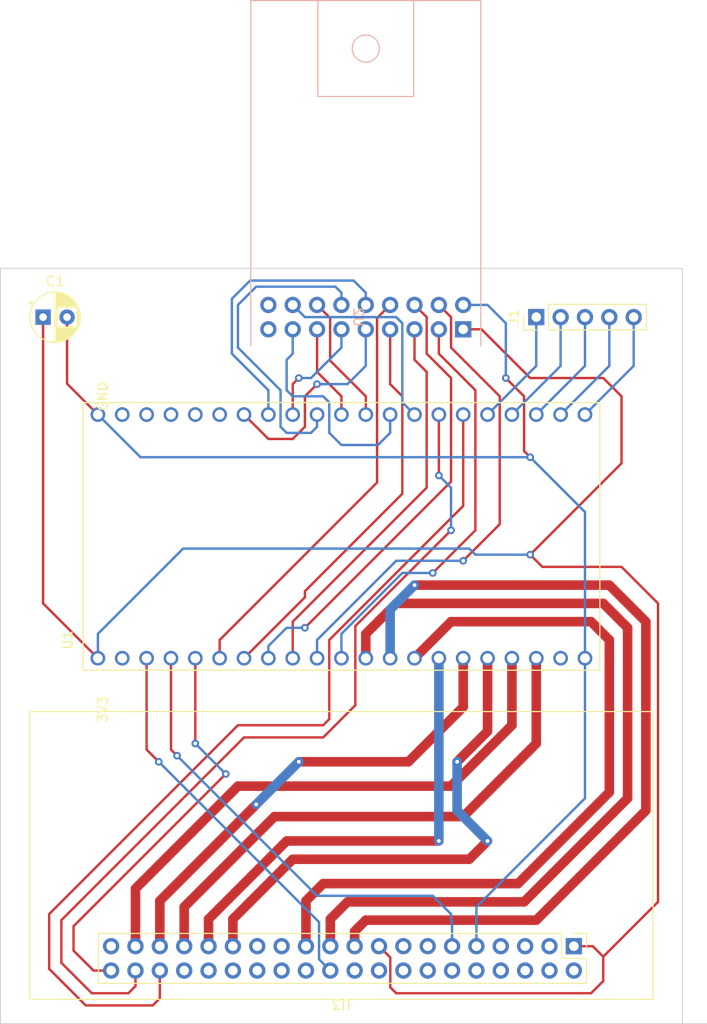
<source format=kicad_pcb>
(kicad_pcb (version 20211014) (generator pcbnew)
  (layers (0 "F.Cu" signal) (31 "B.Cu" signal) (34 "B.Paste" user) (35 "F.Paste" user) (36 "B.SilkS" user "B.Silkscreen") (37 "F.SilkS" user "F.Silkscreen") (38 "B.Mask" user) (39 "F.Mask" user) (44 "Edge.Cuts" user))
  (net 0 "")
  (net 2 "/DC")
  (net 3 "/RST")
  (net 4 "/KEY1")
  (net 5 "+3.3V")
  (net 6 "/XCLK")
  (net 7 "/PCLK")
  (net 8 "+5V")
  (net 9 "/HREF")
  (net 10 "/VSYNC")
  (net 11 "/SDA")
  (net 12 "/SCL")
  (net 13 "/SPI_CS")
  (net 14 "/SPI_MOSI")
  (net 15 "/SPI_SCLK")
  (net 16 "/JOYSTICK_UP")
  (net 17 "/JOYSTICK_DOWN")
  (net 18 "/JOYSTICK_LEFT")
  (net 19 "/JOYSTICK_RIGHT")
  (net 20 "/JOYSTICK_PRESS")
  (net 21 "Net-(J1-Pad1)")
  (net 22 "Net-(J1-Pad2)")
  (net 23 "Net-(J1-Pad3)")
  (net 24 "Net-(J1-Pad4)")
  (net 25 "Net-(J1-Pad5)")
  (net 26 "/KEY3")
  (net 27 "/KEY2")
  (net 28 "/D2")
  (net 29 "/D3")
  (net 30 "/D4")
  (net 31 "/D5")
  (net 32 "/D6")
  (net 33 "/D7")
  (net 34 "/D8")
  (net 35 "/D9")
  (net 38 "GND")
  (net 44 "Net-(U3-Pad2)")
  (footprint "SeedSigner:WAVESHARE_LCD_BUTTON" (layer "F.Cu") (at 162.56 124.46 180)
    (fp_text reference "U3" (at 0 -0.5 180 unlocked) (layer "F.SilkS"))
    (fp_text value "RASPBERRY_PI_3_MODEL_B+")
    (fp_line (start -22.97 4.27) (end -25.57 4.27) (layer "F.SilkS") (width 0.12))
    (fp_line (start -32.5 0) (end -32.5 30) (layer "F.SilkS") (width 0.12))
    (fp_line (start -24.24 6.87) (end -25.57 6.87) (layer "F.SilkS") (width 0.12))
    (fp_line (start -32.5 30) (end 32.5 30) (layer "F.SilkS") (width 0.12))
    (fp_line (start -22.97 6.87) (end 25.35 6.87) (layer "F.SilkS") (width 0.12))
    (fp_line (start -25.57 1.67) (end 25.35 1.67) (layer "F.SilkS") (width 0.12))
    (fp_line (start 32.5 30) (end 32.5 0) (layer "F.SilkS") (width 0.12))
    (fp_line (start -22.97 6.87) (end -22.97 4.27) (layer "F.SilkS") (width 0.12))
    (fp_line (start 32.5 0) (end -32.5 0) (layer "F.SilkS") (width 0.12))
    (fp_line (start 25.35 6.87) (end 25.35 1.67) (layer "F.SilkS") (width 0.12))
    (fp_line (start -25.57 6.87) (end -25.57 5.54) (layer "F.SilkS") (width 0.12))
    (fp_line (start -25.57 4.27) (end -25.57 1.67) (layer "F.SilkS") (width 0.12))
    (pad "1" thru_hole rect (at -24.24 5.54 270) (size 1.7 1.7) (drill 1) (layers *.Cu *.Mask) (net 5 "+3.3V"))
    (pad "2" thru_hole oval (at -24.24 3 270) (size 1.7 1.7) (drill 1) (layers *.Cu *.Mask) (net 44 "Net-(U3-Pad2)"))
    (pad "3" thru_hole oval (at -21.7 5.54 270) (size 1.7 1.7) (drill 1) (layers *.Cu *.Mask))
    (pad "4" thru_hole oval (at -21.7 3 270) (size 1.7 1.7) (drill 1) (layers *.Cu *.Mask) (net 44 "Net-(U3-Pad2)"))
    (pad "5" thru_hole oval (at -19.16 5.54 270) (size 1.7 1.7) (drill 1) (layers *.Cu *.Mask))
    (pad "6" thru_hole oval (at -19.16 3 270) (size 1.7 1.7) (drill 1) (layers *.Cu *.Mask) (net 38 "GND"))
    (pad "7" thru_hole oval (at -16.62 5.54 270) (size 1.7 1.7) (drill 1) (layers *.Cu *.Mask))
    (pad "8" thru_hole oval (at -16.62 3 270) (size 1.7 1.7) (drill 1) (layers *.Cu *.Mask))
    (pad "9" thru_hole oval (at -14.08 5.54 270) (size 1.7 1.7) (drill 1) (layers *.Cu *.Mask) (net 38 "GND"))
    (pad "10" thru_hole oval (at -14.08 3 270) (size 1.7 1.7) (drill 1) (layers *.Cu *.Mask))
    (pad "11" thru_hole oval (at -11.54 5.54 270) (size 1.7 1.7) (drill 1) (layers *.Cu *.Mask) (net 3 "/RST"))
    (pad "12" thru_hole oval (at -11.54 3 270) (size 1.7 1.7) (drill 1) (layers *.Cu *.Mask))
    (pad "13" thru_hole oval (at -9 5.54 270) (size 1.7 1.7) (drill 1) (layers *.Cu *.Mask))
    (pad "14" thru_hole oval (at -9 3 270) (size 1.7 1.7) (drill 1) (layers *.Cu *.Mask) (net 38 "GND"))
    (pad "15" thru_hole oval (at -6.46 5.54 270) (size 1.7 1.7) (drill 1) (layers *.Cu *.Mask))
    (pad "16" thru_hole oval (at -6.46 3 270) (size 1.7 1.7) (drill 1) (layers *.Cu *.Mask))
    (pad "17" thru_hole oval (at -3.92 5.54 270) (size 1.7 1.7) (drill 1) (layers *.Cu *.Mask) (net 5 "+3.3V"))
    (pad "18" thru_hole oval (at -3.92 3 270) (size 1.7 1.7) (drill 1) (layers *.Cu *.Mask))
    (pad "19" thru_hole oval (at -1.38 5.54 270) (size 1.7 1.7) (drill 1) (layers *.Cu *.Mask) (net 14 "/SPI_MOSI"))
    (pad "20" thru_hole oval (at -1.38 3 90) (size 1.7 1.7) (drill 1) (layers *.Cu *.Mask) (net 38 "GND"))
    (pad "21" thru_hole oval (at 1.16 5.54 270) (size 1.7 1.7) (drill 1) (layers *.Cu *.Mask) (net 13 "/SPI_CS"))
    (pad "22" thru_hole oval (at 1.16 3 270) (size 1.7 1.7) (drill 1) (layers *.Cu *.Mask) (net 2 "/DC"))
    (pad "23" thru_hole oval (at 3.7 5.54 270) (size 1.7 1.7) (drill 1) (layers *.Cu *.Mask) (net 15 "/SPI_SCLK"))
    (pad "24" thru_hole oval (at 3.7 3 270) (size 1.7 1.7) (drill 1) (layers *.Cu *.Mask))
    (pad "25" thru_hole oval (at 6.24 5.54 270) (size 1.7 1.7) (drill 1) (layers *.Cu *.Mask) (net 38 "GND"))
    (pad "26" thru_hole oval (at 6.24 3 270) (size 1.7 1.7) (drill 1) (layers *.Cu *.Mask))
    (pad "27" thru_hole oval (at 8.78 5.54 270) (size 1.7 1.7) (drill 1) (layers *.Cu *.Mask))
    (pad "28" thru_hole oval (at 8.78 3 270) (size 1.7 1.7) (drill 1) (layers *.Cu *.Mask))
    (pad "29" thru_hole oval (at 11.32 5.54 270) (size 1.7 1.7) (drill 1) (layers *.Cu *.Mask) (net 18 "/JOYSTICK_LEFT"))
    (pad "30" thru_hole oval (at 11.32 3 270) (size 1.7 1.7) (drill 1) (layers *.Cu *.Mask) (net 38 "GND"))
    (pad "31" thru_hole oval (at 13.86 5.54 270) (size 1.7 1.7) (drill 1) (layers *.Cu *.Mask) (net 16 "/JOYSTICK_UP"))
    (pad "32" thru_hole oval (at 13.86 3 270) (size 1.7 1.7) (drill 1) (layers *.Cu *.Mask))
    (pad "33" thru_hole oval (at 16.4 5.54 270) (size 1.7 1.7) (drill 1) (layers *.Cu *.Mask) (net 20 "/JOYSTICK_PRESS"))
    (pad "34" thru_hole oval (at 16.4 3 270) (size 1.7 1.7) (drill 1) (layers *.Cu *.Mask) (net 38 "GND"))
    (pad "35" thru_hole oval (at 18.94 5.54 270) (size 1.7 1.7) (drill 1) (layers *.Cu *.Mask) (net 17 "/JOYSTICK_DOWN"))
    (pad "36" thru_hole oval (at 18.94 3 270) (size 1.7 1.7) (drill 1) (layers *.Cu *.Mask) (net 26 "/KEY3"))
    (pad "37" thru_hole oval (at 21.48 5.54 270) (size 1.7 1.7) (drill 1) (layers *.Cu *.Mask) (net 19 "/JOYSTICK_RIGHT"))
    (pad "38" thru_hole oval (at 21.48 3 270) (size 1.7 1.7) (drill 1) (layers *.Cu *.Mask) (net 27 "/KEY2"))
    (pad "39" thru_hole oval (at 24.02 5.54 270) (size 1.7 1.7) (drill 1) (layers *.Cu *.Mask) (net 38 "GND"))
    (pad "40" thru_hole oval (at 24.02 3 270) (size 1.7 1.7) (drill 1) (layers *.Cu *.Mask) (net 4 "/KEY1"))
  )
  (footprint "Capacitor_THT:CP_Radial_D5.0mm_P2.50mm" (layer "F.Cu") (at 131.445 53.34)
    (fp_text reference "C1" (at 1.25 -3.75) (layer "F.SilkS"))
    (fp_text value "C_Polarized")
    (fp_line (start 2.291 -2.365) (end 2.291 -1.04) (layer "F.SilkS") (width 0.12))
    (fp_line (start 2.691 1.04) (end 2.691 2.149) (layer "F.SilkS") (width 0.12))
    (fp_line (start 3.771 -0.677) (end 3.771 0.677) (layer "F.SilkS") (width 0.12))
    (fp_line (start -1.554775 -1.475) (end -1.054775 -1.475) (layer "F.SilkS") (width 0.12))
    (fp_line (start 3.171 -1.743) (end 3.171 -1.04) (layer "F.SilkS") (width 0.12))
    (fp_line (start 1.65 1.04) (end 1.65 2.55) (layer "F.SilkS") (width 0.12))
    (fp_line (start 2.971 1.04) (end 2.971 1.937) (layer "F.SilkS") (width 0.12))
    (fp_line (start 2.931 -1.971) (end 2.931 -1.04) (layer "F.SilkS") (width 0.12))
    (fp_line (start 3.571 -1.178) (end 3.571 1.178) (layer "F.SilkS") (width 0.12))
    (fp_line (start 2.331 -2.348) (end 2.331 -1.04) (layer "F.SilkS") (width 0.12))
    (fp_line (start 1.971 1.04) (end 1.971 2.48) (layer "F.SilkS") (width 0.12))
    (fp_line (start 3.651 -1.011) (end 3.651 1.011) (layer "F.SilkS") (width 0.12))
    (fp_line (start 1.971 -2.48) (end 1.971 -1.04) (layer "F.SilkS") (width 0.12))
    (fp_line (start 2.331 1.04) (end 2.331 2.348) (layer "F.SilkS") (width 0.12))
    (fp_line (start 2.091 1.04) (end 2.091 2.442) (layer "F.SilkS") (width 0.12))
    (fp_line (start 1.33 -2.579) (end 1.33 2.579) (layer "F.SilkS") (width 0.12))
    (fp_line (start 2.571 1.04) (end 2.571 2.224) (layer "F.SilkS") (width 0.12))
    (fp_line (start 3.331 -1.554) (end 3.331 -1.04) (layer "F.SilkS") (width 0.12))
    (fp_line (start 2.091 -2.442) (end 2.091 -1.04) (layer "F.SilkS") (width 0.12))
    (fp_line (start 2.011 1.04) (end 2.011 2.468) (layer "F.SilkS") (width 0.12))
    (fp_line (start 2.931 1.04) (end 2.931 1.971) (layer "F.SilkS") (width 0.12))
    (fp_line (start 3.051 -1.864) (end 3.051 -1.04) (layer "F.SilkS") (width 0.12))
    (fp_line (start 3.291 -1.605) (end 3.291 -1.04) (layer "F.SilkS") (width 0.12))
    (fp_line (start 2.771 -2.095) (end 2.771 -1.04) (layer "F.SilkS") (width 0.12))
    (fp_line (start 3.291 1.04) (end 3.291 1.605) (layer "F.SilkS") (width 0.12))
    (fp_line (start 3.411 -1.443) (end 3.411 -1.04) (layer "F.SilkS") (width 0.12))
    (fp_line (start 1.57 1.04) (end 1.57 2.561) (layer "F.SilkS") (width 0.12))
    (fp_line (start 3.251 -1.653) (end 3.251 -1.04) (layer "F.SilkS") (width 0.12))
    (fp_line (start -1.304775 -1.725) (end -1.304775 -1.225) (layer "F.SilkS") (width 0.12))
    (fp_line (start 1.85 -2.511) (end 1.85 -1.04) (layer "F.SilkS") (width 0.12))
    (fp_line (start 2.891 1.04) (end 2.891 2.004) (layer "F.SilkS") (width 0.12))
    (fp_line (start 3.371 1.04) (end 3.371 1.5) (layer "F.SilkS") (width 0.12))
    (fp_line (start 2.651 1.04) (end 2.651 2.175) (layer "F.SilkS") (width 0.12))
    (fp_line (start 1.61 -2.556) (end 1.61 -1.04) (layer "F.SilkS") (width 0.12))
    (fp_line (start 2.131 -2.428) (end 2.131 -1.04) (layer "F.SilkS") (width 0.12))
    (fp_line (start 2.251 -2.382) (end 2.251 -1.04) (layer "F.SilkS") (width 0.12))
    (fp_line (start 2.411 -2.31) (end 2.411 -1.04) (layer "F.SilkS") (width 0.12))
    (fp_line (start 1.53 -2.565) (end 1.53 -1.04) (layer "F.SilkS") (width 0.12))
    (fp_line (start 1.57 -2.561) (end 1.57 -1.04) (layer "F.SilkS") (width 0.12))
    (fp_line (start 3.811 -0.518) (end 3.811 0.518) (layer "F.SilkS") (width 0.12))
    (fp_line (start 3.531 1.04) (end 3.531 1.251) (layer "F.SilkS") (width 0.12))
    (fp_line (start 2.251 1.04) (end 2.251 2.382) (layer "F.SilkS") (width 0.12))
    (fp_line (start 2.291 1.04) (end 2.291 2.365) (layer "F.SilkS") (width 0.12))
    (fp_line (start 1.77 -2.528) (end 1.77 -1.04) (layer "F.SilkS") (width 0.12))
    (fp_line (start 2.611 1.04) (end 2.611 2.2) (layer "F.SilkS") (width 0.12))
    (fp_line (start 2.171 1.04) (end 2.171 2.414) (layer "F.SilkS") (width 0.12))
    (fp_line (start 2.811 -2.065) (end 2.811 -1.04) (layer "F.SilkS") (width 0.12))
    (fp_line (start 3.011 -1.901) (end 3.011 -1.04) (layer "F.SilkS") (width 0.12))
    (fp_line (start 1.49 1.04) (end 1.49 2.569) (layer "F.SilkS") (width 0.12))
    (fp_line (start 2.371 1.04) (end 2.371 2.329) (layer "F.SilkS") (width 0.12))
    (fp_line (start 2.131 1.04) (end 2.131 2.428) (layer "F.SilkS") (width 0.12))
    (fp_line (start 3.011 1.04) (end 3.011 1.901) (layer "F.SilkS") (width 0.12))
    (fp_line (start 1.93 1.04) (end 1.93 2.491) (layer "F.SilkS") (width 0.12))
    (fp_line (start 2.491 1.04) (end 2.491 2.268) (layer "F.SilkS") (width 0.12))
    (fp_line (start 2.491 -2.268) (end 2.491 -1.04) (layer "F.SilkS") (width 0.12))
    (fp_line (start 1.69 1.04) (end 1.69 2.543) (layer "F.SilkS") (width 0.12))
    (fp_line (start 2.891 -2.004) (end 2.891 -1.04) (layer "F.SilkS") (width 0.12))
    (fp_line (start 2.731 -2.122) (end 2.731 -1.04) (layer "F.SilkS") (width 0.12))
    (fp_line (start 2.531 1.04) (end 2.531 2.247) (layer "F.SilkS") (width 0.12))
    (fp_line (start 2.851 -2.035) (end 2.851 -1.04) (layer "F.SilkS") (width 0.12))
    (fp_line (start 2.411 1.04) (end 2.411 2.31) (layer "F.SilkS") (width 0.12))
    (fp_line (start 2.731 1.04) (end 2.731 2.122) (layer "F.SilkS") (width 0.12))
    (fp_line (start 2.011 -2.468) (end 2.011 -1.04) (layer "F.SilkS") (width 0.12))
    (fp_line (start 3.451 1.04) (end 3.451 1.383) (layer "F.SilkS") (width 0.12))
    (fp_line (start 3.371 -1.5) (end 3.371 -1.04) (layer "F.SilkS") (width 0.12))
    (fp_line (start 1.65 -2.55) (end 1.65 -1.04) (layer "F.SilkS") (width 0.12))
    (fp_line (start 1.49 -2.569) (end 1.49 -1.04) (layer "F.SilkS") (width 0.12))
    (fp_line (start 1.37 -2.578) (end 1.37 2.578) (layer "F.SilkS") (width 0.12))
    (fp_line (start 1.73 -2.536) (end 1.73 -1.04) (layer "F.SilkS") (width 0.12))
    (fp_line (start 2.171 -2.414) (end 2.171 -1.04) (layer "F.SilkS") (width 0.12))
    (fp_line (start 3.131 1.04) (end 3.131 1.785) (layer "F.SilkS") (width 0.12))
    (fp_line (start 1.45 -2.573) (end 1.45 2.573) (layer "F.SilkS") (width 0.12))
    (fp_line (start 2.451 -2.29) (end 2.451 -1.04) (layer "F.SilkS") (width 0.12))
    (fp_line (start 1.81 1.04) (end 1.81 2.52) (layer "F.SilkS") (width 0.12))
    (fp_line (start 3.211 -1.699) (end 3.211 -1.04) (layer "F.SilkS") (width 0.12))
    (fp_line (start 3.411 1.04) (end 3.411 1.443) (layer "F.SilkS") (width 0.12))
    (fp_line (start 2.851 1.04) (end 2.851 2.035) (layer "F.SilkS") (width 0.12))
    (fp_line (start 2.211 1.04) (end 2.211 2.398) (layer "F.SilkS") (width 0.12))
    (fp_line (start 3.091 -1.826) (end 3.091 -1.04) (layer "F.SilkS") (width 0.12))
    (fp_line (start 3.691 -0.915) (end 3.691 0.915) (layer "F.SilkS") (width 0.12))
    (fp_line (start 1.69 -2.543) (end 1.69 -1.04) (layer "F.SilkS") (width 0.12))
    (fp_line (start 1.89 1.04) (end 1.89 2.501) (layer "F.SilkS") (width 0.12))
    (fp_line (start 3.491 -1.319) (end 3.491 -1.04) (layer "F.SilkS") (width 0.12))
    (fp_line (start 2.211 -2.398) (end 2.211 -1.04) (layer "F.SilkS") (width 0.12))
    (fp_line (start 1.89 -2.501) (end 1.89 -1.04) (layer "F.SilkS") (width 0.12))
    (fp_line (start 1.85 1.04) (end 1.85 2.511) (layer "F.SilkS") (width 0.12))
    (fp_line (start 2.971 -1.937) (end 2.971 -1.04) (layer "F.SilkS") (width 0.12))
    (fp_line (start 1.93 -2.491) (end 1.93 -1.04) (layer "F.SilkS") (width 0.12))
    (fp_line (start 1.81 -2.52) (end 1.81 -1.04) (layer "F.SilkS") (width 0.12))
    (fp_line (start 3.131 -1.785) (end 3.131 -1.04) (layer "F.SilkS") (width 0.12))
    (fp_line (start 1.53 1.04) (end 1.53 2.565) (layer "F.SilkS") (width 0.12))
    (fp_line (start 3.531 -1.251) (end 3.531 -1.04) (layer "F.SilkS") (width 0.12))
    (fp_line (start 2.371 -2.329) (end 2.371 -1.04) (layer "F.SilkS") (width 0.12))
    (fp_line (start 3.611 -1.098) (end 3.611 1.098) (layer "F.SilkS") (width 0.12))
    (fp_line (start 2.531 -2.247) (end 2.531 -1.04) (layer "F.SilkS") (width 0.12))
    (fp_line (start 3.251 1.04) (end 3.251 1.653) (layer "F.SilkS") (width 0.12))
    (fp_line (start 3.451 -1.383) (end 3.451 -1.04) (layer "F.SilkS") (width 0.12))
    (fp_line (start 2.811 1.04) (end 2.811 2.065) (layer "F.SilkS") (width 0.12))
    (fp_line (start 3.731 -0.805) (end 3.731 0.805) (layer "F.SilkS") (width 0.12))
    (fp_line (start 3.051 1.04) (end 3.051 1.864) (layer "F.SilkS") (width 0.12))
    (fp_line (start 3.331 1.04) (end 3.331 1.554) (layer "F.SilkS") (width 0.12))
    (fp_line (start 3.851 -0.284) (end 3.851 0.284) (layer "F.SilkS") (width 0.12))
    (fp_line (start 2.651 -2.175) (end 2.651 -1.04) (layer "F.SilkS") (width 0.12))
    (fp_line (start 1.73 1.04) (end 1.73 2.536) (layer "F.SilkS") (width 0.12))
    (fp_line (start 2.051 1.04) (end 2.051 2.455) (layer "F.SilkS") (width 0.12))
    (fp_line (start 2.771 1.04) (end 2.771 2.095) (layer "F.SilkS") (width 0.12))
    (fp_line (start 3.171 1.04) (end 3.171 1.743) (layer "F.SilkS") (width 0.12))
    (fp_line (start 3.491 1.04) (end 3.491 1.319) (layer "F.SilkS") (width 0.12))
    (fp_line (start 1.77 1.04) (end 1.77 2.528) (layer "F.SilkS") (width 0.12))
    (fp_line (start 1.61 1.04) (end 1.61 2.556) (layer "F.SilkS") (width 0.12))
    (fp_line (start 3.091 1.04) (end 3.091 1.826) (layer "F.SilkS") (width 0.12))
    (fp_line (start 1.41 -2.576) (end 1.41 2.576) (layer "F.SilkS") (width 0.12))
    (fp_line (start 2.691 -2.149) (end 2.691 -1.04) (layer "F.SilkS") (width 0.12))
    (fp_line (start 2.051 -2.455) (end 2.051 -1.04) (layer "F.SilkS") (width 0.12))
    (fp_line (start 3.211 1.04) (end 3.211 1.699) (layer "F.SilkS") (width 0.12))
    (fp_line (start 2.611 -2.2) (end 2.611 -1.04) (layer "F.SilkS") (width 0.12))
    (fp_line (start 2.571 -2.224) (end 2.571 -1.04) (layer "F.SilkS") (width 0.12))
    (fp_line (start 2.451 1.04) (end 2.451 2.29) (layer "F.SilkS") (width 0.12))
    (fp_line (start 1.29 -2.58) (end 1.29 2.58) (layer "F.SilkS") (width 0.12))
    (fp_line (start 1.25 -2.58) (end 1.25 2.58) (layer "F.SilkS") (width 0.12))
    (fp_circle (center 1.25 0) (end 3.87 0) (layer "F.SilkS") (width 0.12) (fill none))
    (pad "1" thru_hole rect (at 0 0) (size 1.6 1.6) (drill 0.8) (layers *.Cu *.Mask) (net 5 "+3.3V"))
    (pad "2" thru_hole circle (at 2.5 0) (size 1.6 1.6) (drill 0.8) (layers *.Cu *.Mask) (net 38 "GND"))
  )
  (footprint "Connector_PinHeader_2.54mm:PinHeader_1x05_P2.54mm_Vertical" (layer "F.Cu") (at 182.88 53.34 90)
    (fp_text reference "J1" (at 0 -2.33 90) (layer "F.SilkS"))
    (fp_text value "Conn_01x05")
    (fp_line (start 1.33 1.27) (end 1.33 11.49) (layer "F.SilkS") (width 0.12))
    (fp_line (start -1.33 11.49) (end 1.33 11.49) (layer "F.SilkS") (width 0.12))
    (fp_line (start -1.33 1.27) (end -1.33 11.49) (layer "F.SilkS") (width 0.12))
    (fp_line (start -1.33 0) (end -1.33 -1.33) (layer "F.SilkS") (width 0.12))
    (fp_line (start -1.33 1.27) (end 1.33 1.27) (layer "F.SilkS") (width 0.12))
    (fp_line (start -1.33 -1.33) (end 0 -1.33) (layer "F.SilkS") (width 0.12))
    (pad "1" thru_hole rect (at 0 0 90) (size 1.7 1.7) (drill 1) (layers *.Cu *.Mask) (net 21 "Net-(J1-Pad1)"))
    (pad "2" thru_hole oval (at 0 2.54 90) (size 1.7 1.7) (drill 1) (layers *.Cu *.Mask) (net 22 "Net-(J1-Pad2)"))
    (pad "3" thru_hole oval (at 0 5.08 90) (size 1.7 1.7) (drill 1) (layers *.Cu *.Mask) (net 23 "Net-(J1-Pad3)"))
    (pad "4" thru_hole oval (at 0 7.62 90) (size 1.7 1.7) (drill 1) (layers *.Cu *.Mask) (net 24 "Net-(J1-Pad4)"))
    (pad "5" thru_hole oval (at 0 10.16 90) (size 1.7 1.7) (drill 1) (layers *.Cu *.Mask) (net 25 "Net-(J1-Pad5)"))
  )
  (footprint "SeedSigner:MODULE_ESP32-S2-SAOLA-1M" (layer "F.Cu") (at 162.56 76.2 90)
    (fp_text reference "U1" (at -10.795 -28.575 90) (layer "F.SilkS"))
    (fp_text value "ESP32-S2-SAOLA-1M")
    (fp_text user "3V3" (at -18.034 -24.892 90) (layer "F.SilkS"))
    (fp_text user "GND" (at 14.605 -24.892 90) (layer "F.SilkS"))
    (fp_line (start 13.95 26.95) (end -13.95 26.95) (layer "F.SilkS") (width 0.127))
    (fp_line (start 13.95 -26.95) (end 13.95 26.95) (layer "F.SilkS") (width 0.127))
    (fp_line (start -13.95 -26.95) (end 13.95 -26.95) (layer "F.SilkS") (width 0.127))
    (fp_line (start -13.95 26.95) (end -13.95 -26.95) (layer "F.SilkS") (width 0.127))
    (pad "0" thru_hole circle (at -12.7 -22.86 90) (size 1.53 1.53) (drill 1.02) (layers *.Cu *.Mask))
    (pad "1" thru_hole circle (at -12.7 -20.32 90) (size 1.53 1.53) (drill 1.02) (layers *.Cu *.Mask) (net 2 "/DC"))
    (pad "2" thru_hole circle (at -12.7 -17.78 90) (size 1.53 1.53) (drill 1.02) (layers *.Cu *.Mask) (net 3 "/RST"))
    (pad "3" thru_hole circle (at -12.7 -15.24 90) (size 1.53 1.53) (drill 1.02) (layers *.Cu *.Mask) (net 4 "/KEY1"))
    (pad "3V3" thru_hole circle (at -12.7 -25.4 90) (size 1.53 1.53) (drill 1.02) (layers *.Cu *.Mask) (net 5 "+3.3V"))
    (pad "4" thru_hole circle (at -12.7 -12.7 90) (size 1.53 1.53) (drill 1.02) (layers *.Cu *.Mask) (net 6 "/XCLK"))
    (pad "5" thru_hole circle (at -12.7 -10.16 90) (size 1.53 1.53) (drill 1.02) (layers *.Cu *.Mask) (net 7 "/PCLK"))
    (pad "5V" thru_hole circle (at -12.7 22.86 90) (size 1.53 1.53) (drill 1.02) (layers *.Cu *.Mask) (net 8 "+5V"))
    (pad "6" thru_hole circle (at -12.7 -7.62 90) (size 1.53 1.53) (drill 1.02) (layers *.Cu *.Mask) (net 9 "/HREF"))
    (pad "7" thru_hole circle (at -12.7 -5.08 90) (size 1.53 1.53) (drill 1.02) (layers *.Cu *.Mask) (net 10 "/VSYNC"))
    (pad "8" thru_hole circle (at -12.7 -2.54 90) (size 1.53 1.53) (drill 1.02) (layers *.Cu *.Mask) (net 11 "/SDA"))
    (pad "9" thru_hole circle (at -12.7 0 90) (size 1.53 1.53) (drill 1.02) (layers *.Cu *.Mask) (net 12 "/SCL"))
    (pad "10" thru_hole circle (at -12.7 2.54 90) (size 1.53 1.53) (drill 1.02) (layers *.Cu *.Mask) (net 13 "/SPI_CS"))
    (pad "11" thru_hole circle (at -12.7 5.08 90) (size 1.53 1.53) (drill 1.02) (layers *.Cu *.Mask) (net 14 "/SPI_MOSI"))
    (pad "12" thru_hole circle (at -12.7 7.62 90) (size 1.53 1.53) (drill 1.02) (layers *.Cu *.Mask) (net 15 "/SPI_SCLK"))
    (pad "13" thru_hole circle (at -12.7 10.16 90) (size 1.53 1.53) (drill 1.02) (layers *.Cu *.Mask) (net 16 "/JOYSTICK_UP"))
    (pad "14" thru_hole circle (at -12.7 12.7 90) (size 1.53 1.53) (drill 1.02) (layers *.Cu *.Mask) (net 17 "/JOYSTICK_DOWN"))
    (pad "15" thru_hole circle (at -12.7 15.24 90) (size 1.53 1.53) (drill 1.02) (layers *.Cu *.Mask) (net 18 "/JOYSTICK_LEFT"))
    (pad "16" thru_hole circle (at -12.7 17.78 90) (size 1.53 1.53) (drill 1.02) (layers *.Cu *.Mask) (net 19 "/JOYSTICK_RIGHT"))
    (pad "17" thru_hole circle (at -12.7 20.32 90) (size 1.53 1.53) (drill 1.02) (layers *.Cu *.Mask) (net 20 "/JOYSTICK_PRESS"))
    (pad "18" thru_hole circle (at 12.7 25.4 90) (size 1.53 1.53) (drill 1.02) (layers *.Cu *.Mask) (net 25 "Net-(J1-Pad5)"))
    (pad "19" thru_hole circle (at 12.7 22.86 90) (size 1.53 1.53) (drill 1.02) (layers *.Cu *.Mask) (net 24 "Net-(J1-Pad4)"))
    (pad "20" thru_hole circle (at 12.7 20.32 90) (size 1.53 1.53) (drill 1.02) (layers *.Cu *.Mask) (net 23 "Net-(J1-Pad3)"))
    (pad "21" thru_hole circle (at 12.7 17.78 90) (size 1.53 1.53) (drill 1.02) (layers *.Cu *.Mask) (net 22 "Net-(J1-Pad2)"))
    (pad "26" thru_hole circle (at 12.7 15.24 90) (size 1.53 1.53) (drill 1.02) (layers *.Cu *.Mask) (net 21 "Net-(J1-Pad1)"))
    (pad "33" thru_hole circle (at 12.7 12.7 90) (size 1.53 1.53) (drill 1.02) (layers *.Cu *.Mask) (net 26 "/KEY3"))
    (pad "34" thru_hole circle (at 12.7 10.16 90) (size 1.53 1.53) (drill 1.02) (layers *.Cu *.Mask) (net 27 "/KEY2"))
    (pad "35" thru_hole circle (at 12.7 7.62 90) (size 1.53 1.53) (drill 1.02) (layers *.Cu *.Mask) (net 28 "/D2"))
    (pad "36" thru_hole circle (at 12.7 5.08 90) (size 1.53 1.53) (drill 1.02) (layers *.Cu *.Mask) (net 29 "/D3"))
    (pad "37" thru_hole circle (at 12.7 2.54 90) (size 1.53 1.53) (drill 1.02) (layers *.Cu *.Mask) (net 30 "/D4"))
    (pad "38" thru_hole circle (at 12.7 0 90) (size 1.53 1.53) (drill 1.02) (layers *.Cu *.Mask) (net 31 "/D5"))
    (pad "39" thru_hole circle (at 12.7 -2.54 90) (size 1.53 1.53) (drill 1.02) (layers *.Cu *.Mask) (net 32 "/D6"))
    (pad "40" thru_hole circle (at 12.7 -5.08 90) (size 1.53 1.53) (drill 1.02) (layers *.Cu *.Mask) (net 33 "/D7"))
    (pad "41" thru_hole circle (at 12.7 -7.62 90) (size 1.53 1.53) (drill 1.02) (layers *.Cu *.Mask) (net 34 "/D8"))
    (pad "42" thru_hole circle (at 12.7 -10.16 90) (size 1.53 1.53) (drill 1.02) (layers *.Cu *.Mask) (net 35 "/D9"))
    (pad "45" thru_hole circle (at 12.7 -17.78 90) (size 1.53 1.53) (drill 1.02) (layers *.Cu *.Mask))
    (pad "46" thru_hole circle (at 12.7 -20.32 90) (size 1.53 1.53) (drill 1.02) (layers *.Cu *.Mask))
    (pad "GND_1" thru_hole circle (at -12.7 25.4 90) (size 1.53 1.53) (drill 1.02) (layers *.Cu *.Mask) (net 38 "GND"))
    (pad "GND_2" thru_hole circle (at 12.7 -25.4 90) (size 1.53 1.53) (drill 1.02) (layers *.Cu *.Mask) (net 38 "GND"))
    (pad "RST" thru_hole circle (at 12.7 -22.86 90) (size 1.53 1.53) (drill 1.02) (layers *.Cu *.Mask))
    (pad "RX" thru_hole circle (at 12.7 -15.24 90) (size 1.53 1.53) (drill 1.02) (layers *.Cu *.Mask))
    (pad "TX" thru_hole circle (at 12.7 -12.7 90) (size 1.53 1.53) (drill 1.02) (layers *.Cu *.Mask))
  )
  (footprint "SeedSigner:OV_Camera" (layer "B.Cu") (at 165.1 53.34 90)
    (fp_text reference "U2" (at 0 -0.77 270 unlocked) (layer "B.SilkS") (effects (justify mirror)))
    (fp_text value "OV_CAMERA")
    (fp_line (start 33 5) (end 23 5) (layer "B.SilkS") (width 0.12))
    (fp_line (start -3 12) (end 33 12) (layer "B.SilkS") (width 0.12))
    (fp_line (start -3 -12) (end 33 -12) (layer "B.SilkS") (width 0.12))
    (fp_line (start 33 -12) (end 33 12) (layer "B.SilkS") (width 0.12))
    (fp_line (start 23 5) (end 23 -5) (layer "B.SilkS") (width 0.12))
    (fp_line (start 23 -5) (end 33 -5) (layer "B.SilkS") (width 0.12))
    (fp_circle (center 28 0) (end 29 1) (layer "B.SilkS") (width 0.12) (fill none))
    (pad "1" thru_hole rect (at -1.27 10.16 90) (size 1.7 1.7) (drill 1) (layers *.Cu *.Mask) (net 5 "+3.3V"))
    (pad "2" thru_hole oval (at 1.27 10.16 90) (size 1.7 1.7) (drill 1) (layers *.Cu *.Mask) (net 38 "GND"))
    (pad "3" thru_hole oval (at -1.27 7.62 90) (size 1.7 1.7) (drill 1) (layers *.Cu *.Mask) (net 12 "/SCL"))
    (pad "4" thru_hole oval (at 1.27 7.62 90) (size 1.7 1.7) (drill 1) (layers *.Cu *.Mask) (net 11 "/SDA"))
    (pad "5" thru_hole oval (at -1.27 5.08 90) (size 1.7 1.7) (drill 1) (layers *.Cu *.Mask) (net 10 "/VSYNC"))
    (pad "6" thru_hole oval (at 1.27 5.08 90) (size 1.7 1.7) (drill 1) (layers *.Cu *.Mask) (net 9 "/HREF"))
    (pad "7" thru_hole oval (at -1.27 2.54 90) (size 1.7 1.7) (drill 1) (layers *.Cu *.Mask) (net 7 "/PCLK"))
    (pad "8" thru_hole oval (at 1.27 2.54 90) (size 1.7 1.7) (drill 1) (layers *.Cu *.Mask) (net 6 "/XCLK"))
    (pad "9" thru_hole oval (at -1.27 0 90) (size 1.7 1.7) (drill 1) (layers *.Cu *.Mask) (net 35 "/D9"))
    (pad "10" thru_hole oval (at 1.27 0 90) (size 1.7 1.7) (drill 1) (layers *.Cu *.Mask) (net 34 "/D8"))
    (pad "11" thru_hole oval (at -1.27 -2.54 90) (size 1.7 1.7) (drill 1) (layers *.Cu *.Mask) (net 33 "/D7"))
    (pad "12" thru_hole oval (at 1.27 -2.54 90) (size 1.7 1.7) (drill 1) (layers *.Cu *.Mask) (net 32 "/D6"))
    (pad "13" thru_hole oval (at -1.27 -5.08 90) (size 1.7 1.7) (drill 1) (layers *.Cu *.Mask) (net 31 "/D5"))
    (pad "14" thru_hole oval (at 1.27 -5.08 90) (size 1.7 1.7) (drill 1) (layers *.Cu *.Mask) (net 30 "/D4"))
    (pad "15" thru_hole oval (at -1.27 -7.62 90) (size 1.7 1.7) (drill 1) (layers *.Cu *.Mask) (net 29 "/D3"))
    (pad "16" thru_hole oval (at 1.27 -7.62 90) (size 1.7 1.7) (drill 1) (layers *.Cu *.Mask) (net 28 "/D2"))
    (pad "17" thru_hole oval (at -1.27 -10.16 90) (size 1.7 1.7) (drill 1) (layers *.Cu *.Mask))
    (pad "18" thru_hole oval (at 1.27 -10.16 90) (size 1.7 1.7) (drill 1) (layers *.Cu *.Mask))
  )
  (gr_line (start 127 127) (end 200.66 127) (layer "Edge.Cuts") (width 0.1))
  (gr_line (start 198.12 48.26) (end 127 48.26) (layer "Edge.Cuts") (width 0.1))
  (gr_line (start 127 48.26) (end 127 127) (layer "Edge.Cuts") (width 0.1))
  (gr_line (start 198.12 127) (end 198.12 48.26) (layer "Edge.Cuts") (width 0.1))
  (segment (start 143.51 99.695) (end 142.24 98.425) (width 0.25) (layer "F.Cu") (net 2))
  (segment (start 142.24 98.425) (end 142.24 88.9) (width 0.25) (layer "F.Cu") (net 2))
  (via (at 143.51 99.695) (size 0.8) (drill 0.4) (layers "F.Cu" "B.Cu") (net 2))
  (segment (start 160.225 116.41) (end 160.225 120.285) (width 0.25) (layer "B.Cu") (net 2))
  (segment (start 143.51 99.695) (end 160.225 116.41) (width 0.25) (layer "B.Cu") (net 2))
  (segment (start 160.225 120.285) (end 161.4 121.46) (width 0.25) (layer "B.Cu") (net 2))
  (segment (start 144.78 98.425) (end 144.78 88.9) (width 0.25) (layer "F.Cu") (net 3))
  (segment (start 145.415 99.06) (end 144.78 98.425) (width 0.25) (layer "F.Cu") (net 3))
  (via (at 145.415 99.06) (size 0.8) (drill 0.4) (layers "F.Cu" "B.Cu") (net 3))
  (segment (start 145.415 99.06) (end 160.02 113.665) (width 0.25) (layer "B.Cu") (net 3))
  (segment (start 160.02 113.665) (end 172.085 113.665) (width 0.25) (layer "B.Cu") (net 3))
  (segment (start 173.99 116.205) (end 174.1 116.315) (width 0.25) (layer "B.Cu") (net 3))
  (segment (start 174.1 116.315) (end 174.1 118.92) (width 0.25) (layer "B.Cu") (net 3))
  (segment (start 172.085 113.665) (end 173.99 115.57) (width 0.25) (layer "B.Cu") (net 3))
  (segment (start 173.99 115.57) (end 173.99 116.205) (width 0.25) (layer "B.Cu") (net 3))
  (segment (start 136.7 121.46) (end 134.62 119.38) (width 0.25) (layer "F.Cu") (net 4))
  (segment (start 138.54 121.46) (end 136.7 121.46) (width 0.25) (layer "F.Cu") (net 4))
  (segment (start 134.62 116.84) (end 150.495 100.965) (width 0.25) (layer "F.Cu") (net 4))
  (segment (start 134.62 119.38) (end 134.62 116.84) (width 0.25) (layer "F.Cu") (net 4))
  (segment (start 147.32 88.9) (end 147.32 97.79) (width 0.25) (layer "F.Cu") (net 4))
  (via (at 150.495 100.965) (size 0.8) (drill 0.4) (layers "F.Cu" "B.Cu") (net 4))
  (via (at 147.32 97.79) (size 0.8) (drill 0.4) (layers "F.Cu" "B.Cu") (net 4))
  (segment (start 150.495 100.965) (end 147.32 97.79) (width 0.25) (layer "B.Cu") (net 4))
  (segment (start 189.865 59.69) (end 191.77 61.595) (width 0.25) (layer "F.Cu") (net 5))
  (segment (start 191.77 79.375) (end 195.58 83.185) (width 0.25) (layer "F.Cu") (net 5))
  (segment (start 188.77 118.92) (end 189.23 119.38) (width 0.25) (layer "F.Cu") (net 5))
  (segment (start 182.245 59.69) (end 189.865 59.69) (width 0.25) (layer "F.Cu") (net 5))
  (segment (start 166.48 118.92) (end 167.655 120.095) (width 0.25) (layer "F.Cu") (net 5))
  (segment (start 195.58 83.185) (end 195.58 114.3) (width 0.25) (layer "F.Cu") (net 5))
  (segment (start 175.26 54.61) (end 177.165 54.61) (width 0.25) (layer "F.Cu") (net 5))
  (segment (start 191.77 61.595) (end 191.77 68.58) (width 0.25) (layer "F.Cu") (net 5))
  (segment (start 188.595 123.825) (end 189.865 122.555) (width 0.25) (layer "F.Cu") (net 5))
  (segment (start 177.165 54.61) (end 182.245 59.69) (width 0.25) (layer "F.Cu") (net 5))
  (segment (start 189.865 120.015) (end 189.23 119.38) (width 0.25) (layer "F.Cu") (net 5))
  (segment (start 182.245 78.105) (end 183.515 79.375) (width 0.25) (layer "F.Cu") (net 5))
  (segment (start 168.275 123.825) (end 188.595 123.825) (width 0.25) (layer "F.Cu") (net 5))
  (segment (start 186.8 118.92) (end 188.77 118.92) (width 0.25) (layer "F.Cu") (net 5))
  (segment (start 195.58 114.3) (end 189.865 120.015) (width 0.25) (layer "F.Cu") (net 5))
  (segment (start 131.445 83.185) (end 137.16 88.9) (width 0.25) (layer "F.Cu") (net 5))
  (segment (start 189.865 122.555) (end 189.865 120.015) (width 0.25) (layer "F.Cu") (net 5))
  (segment (start 131.445 53.34) (end 131.445 83.185) (width 0.25) (layer "F.Cu") (net 5))
  (segment (start 191.77 68.58) (end 182.245 78.105) (width 0.25) (layer "F.Cu") (net 5))
  (segment (start 167.655 123.205) (end 168.275 123.825) (width 0.25) (layer "F.Cu") (net 5))
  (segment (start 167.655 120.095) (end 167.655 123.205) (width 0.25) (layer "F.Cu") (net 5))
  (segment (start 183.515 79.375) (end 191.77 79.375) (width 0.25) (layer "F.Cu") (net 5))
  (via (at 182.245 78.105) (size 0.8) (drill 0.4) (layers "F.Cu" "B.Cu") (net 5))
  (segment (start 146.05 77.47) (end 137.16 86.36) (width 0.25) (layer "B.Cu") (net 5))
  (segment (start 182.245 78.105) (end 176.53 78.105) (width 0.25) (layer "B.Cu") (net 5))
  (segment (start 137.16 86.36) (end 137.16 88.9) (width 0.25) (layer "B.Cu") (net 5))
  (segment (start 175.895 77.47) (end 146.05 77.47) (width 0.25) (layer "B.Cu") (net 5))
  (segment (start 176.53 78.105) (end 175.895 77.47) (width 0.25) (layer "B.Cu") (net 5))
  (segment (start 149.86 86.995) (end 149.86 88.9) (width 0.25) (layer "F.Cu") (net 6))
  (segment (start 167.64 52.07) (end 166.275 53.435) (width 0.25) (layer "F.Cu") (net 6))
  (segment (start 166.275 53.435) (end 166.275 70.58) (width 0.25) (layer "F.Cu") (net 6))
  (segment (start 166.275 70.58) (end 149.86 86.995) (width 0.25) (layer "F.Cu") (net 6))
  (segment (start 168.91 61.595) (end 168.91 71.755) (width 0.25) (layer "F.Cu") (net 7))
  (segment (start 158.75 81.915) (end 158.75 82.55) (width 0.25) (layer "F.Cu") (net 7))
  (segment (start 158.75 82.55) (end 152.4 88.9) (width 0.25) (layer "F.Cu") (net 7))
  (segment (start 167.64 54.61) (end 167.64 60.325) (width 0.25) (layer "F.Cu") (net 7))
  (segment (start 168.91 71.755) (end 158.75 81.915) (width 0.25) (layer "F.Cu") (net 7))
  (segment (start 167.64 60.325) (end 168.91 61.595) (width 0.25) (layer "F.Cu") (net 7))
  (segment (start 173.99 59.69) (end 173.99 70.485) (width 0.25) (layer "F.Cu") (net 9))
  (segment (start 170.18 52.07) (end 171.45 53.34) (width 0.25) (layer "F.Cu") (net 9))
  (segment (start 173.99 70.485) (end 158.75 85.725) (width 0.25) (layer "F.Cu") (net 9))
  (segment (start 171.45 53.34) (end 171.45 57.15) (width 0.25) (layer "F.Cu") (net 9))
  (segment (start 171.45 57.15) (end 173.99 59.69) (width 0.25) (layer "F.Cu") (net 9))
  (via (at 158.75 85.725) (size 0.8) (drill 0.4) (layers "F.Cu" "B.Cu") (net 9))
  (segment (start 156.845 85.725) (end 154.94 87.63) (width 0.25) (layer "B.Cu") (net 9))
  (segment (start 158.75 85.725) (end 156.845 85.725) (width 0.25) (layer "B.Cu") (net 9))
  (segment (start 154.94 87.63) (end 154.94 88.9) (width 0.25) (layer "B.Cu") (net 9))
  (segment (start 170.18 54.61) (end 170.18 57.785) (width 0.25) (layer "F.Cu") (net 10))
  (segment (start 171.45 59.055) (end 171.45 71.12) (width 0.25) (layer "F.Cu") (net 10))
  (segment (start 170.18 57.785) (end 171.45 59.055) (width 0.25) (layer "F.Cu") (net 10))
  (segment (start 157.48 85.09) (end 157.48 88.9) (width 0.25) (layer "F.Cu") (net 10))
  (segment (start 171.45 71.12) (end 157.48 85.09) (width 0.25) (layer "F.Cu") (net 10))
  (segment (start 172.72 52.07) (end 173.99 53.34) (width 0.25) (layer "F.Cu") (net 11))
  (segment (start 179.07 61.595) (end 179.07 74.93) (width 0.25) (layer "F.Cu") (net 11))
  (segment (start 179.07 74.93) (end 175.26 78.74) (width 0.25) (layer "F.Cu") (net 11))
  (segment (start 173.99 53.34) (end 173.99 56.515) (width 0.25) (layer "F.Cu") (net 11))
  (segment (start 173.99 56.515) (end 179.07 61.595) (width 0.25) (layer "F.Cu") (net 11))
  (via (at 175.26 78.74) (size 0.8) (drill 0.4) (layers "F.Cu" "B.Cu") (net 11))
  (segment (start 160.02 86.995) (end 168.275 78.74) (width 0.25) (layer "B.Cu") (net 11))
  (segment (start 160.02 88.9) (end 160.02 86.995) (width 0.25) (layer "B.Cu") (net 11))
  (segment (start 168.275 78.74) (end 175.26 78.74) (width 0.25) (layer "B.Cu") (net 11))
  (segment (start 176.53 60.96) (end 176.53 75.565) (width 0.25) (layer "F.Cu") (net 12))
  (segment (start 172.72 57.15) (end 176.53 60.96) (width 0.25) (layer "F.Cu") (net 12))
  (segment (start 172.72 54.61) (end 172.72 57.15) (width 0.25) (layer "F.Cu") (net 12))
  (segment (start 176.53 75.565) (end 172.085 80.01) (width 0.25) (layer "F.Cu") (net 12))
  (via (at 172.085 80.01) (size 0.8) (drill 0.4) (layers "F.Cu" "B.Cu") (net 12))
  (segment (start 162.56 86.36) (end 162.56 88.9) (width 0.25) (layer "B.Cu") (net 12))
  (segment (start 168.91 80.01) (end 162.56 86.36) (width 0.25) (layer "B.Cu") (net 12))
  (segment (start 172.085 80.01) (end 168.91 80.01) (width 0.25) (layer "B.Cu") (net 12))
  (segment (start 181.61 114.3) (end 192.405 103.505) (width 1) (layer "F.Cu") (net 13))
  (segment (start 189.865 83.185) (end 168.275 83.185) (width 1) (layer "F.Cu") (net 13))
  (segment (start 161.4 118.92) (end 161.4 116.095) (width 1) (layer "F.Cu") (net 13))
  (segment (start 161.4 116.095) (end 163.195 114.3) (width 1) (layer "F.Cu") (net 13))
  (segment (start 163.195 114.3) (end 181.61 114.3) (width 1) (layer "F.Cu") (net 13))
  (segment (start 192.405 103.505) (end 192.405 85.725) (width 1) (layer "F.Cu") (net 13))
  (segment (start 168.275 83.185) (end 165.1 86.36) (width 1) (layer "F.Cu") (net 13))
  (segment (start 192.405 85.725) (end 189.865 83.185) (width 1) (layer "F.Cu") (net 13))
  (segment (start 165.1 86.36) (end 165.1 88.9) (width 1) (layer "F.Cu") (net 13))
  (segment (start 190.5 81.28) (end 180.975 81.28) (width 1) (layer "F.Cu") (net 14))
  (segment (start 194.31 104.775) (end 194.31 85.09) (width 1) (layer "F.Cu") (net 14))
  (segment (start 163.94 118.92) (end 163.94 117.365) (width 1) (layer "F.Cu") (net 14))
  (segment (start 163.94 117.365) (end 165.1 116.205) (width 1) (layer "F.Cu") (net 14))
  (segment (start 189.865 109.22) (end 194.31 104.775) (width 1) (layer "F.Cu") (net 14))
  (segment (start 165.1 116.205) (end 182.88 116.205) (width 1) (layer "F.Cu") (net 14))
  (segment (start 194.31 85.09) (end 190.5 81.28) (width 1) (layer "F.Cu") (net 14))
  (segment (start 180.975 81.28) (end 170.18 81.28) (width 1) (layer "F.Cu") (net 14))
  (segment (start 182.88 116.205) (end 189.865 109.22) (width 1) (layer "F.Cu") (net 14))
  (via (at 170.18 81.28) (size 0.8) (drill 0.4) (layers "F.Cu" "B.Cu") (net 14))
  (segment (start 167.64 83.82) (end 170.18 81.28) (width 1) (layer "B.Cu") (net 14))
  (segment (start 167.64 88.9) (end 167.64 83.82) (width 1) (layer "B.Cu") (net 14))
  (segment (start 190.5 102.87) (end 190.5 86.995) (width 1) (layer "F.Cu") (net 15))
  (segment (start 173.99 85.09) (end 170.18 88.9) (width 1) (layer "F.Cu") (net 15))
  (segment (start 160.655 112.395) (end 180.975 112.395) (width 1) (layer "F.Cu") (net 15))
  (segment (start 158.86 114.19) (end 160.655 112.395) (width 1) (layer "F.Cu") (net 15))
  (segment (start 188.595 85.09) (end 173.99 85.09) (width 1) (layer "F.Cu") (net 15))
  (segment (start 180.975 112.395) (end 190.5 102.87) (width 1) (layer "F.Cu") (net 15))
  (segment (start 190.5 86.995) (end 188.595 85.09) (width 1) (layer "F.Cu") (net 15))
  (segment (start 158.86 118.92) (end 158.86 114.19) (width 1) (layer "F.Cu") (net 15))
  (segment (start 148.7 116.095) (end 156.845 107.95) (width 1) (layer "F.Cu") (net 16))
  (segment (start 156.845 107.95) (end 172.72 107.95) (width 1) (layer "F.Cu") (net 16))
  (segment (start 148.7 118.92) (end 148.7 116.095) (width 1) (layer "F.Cu") (net 16))
  (via (at 172.72 107.95) (size 0.8) (drill 0.4) (layers "F.Cu" "B.Cu") (net 16))
  (segment (start 172.72 88.9) (end 172.72 107.95) (width 1) (layer "B.Cu") (net 16))
  (segment (start 158.115 99.695) (end 169.545 99.695) (width 1) (layer "F.Cu") (net 17))
  (segment (start 143.62 114.19) (end 153.67 104.14) (width 1) (layer "F.Cu") (net 17))
  (segment (start 143.62 118.92) (end 143.62 114.19) (width 1) (layer "F.Cu") (net 17))
  (segment (start 169.545 99.695) (end 175.26 93.98) (width 1) (layer "F.Cu") (net 17))
  (segment (start 175.26 93.98) (end 175.26 88.9) (width 1) (layer "F.Cu") (net 17))
  (via (at 153.67 104.14) (size 0.8) (drill 0.4) (layers "F.Cu" "B.Cu") (net 17))
  (via (at 158.115 99.695) (size 0.8) (drill 0.4) (layers "F.Cu" "B.Cu") (net 17))
  (segment (start 153.67 104.14) (end 158.115 99.695) (width 1) (layer "B.Cu") (net 17))
  (segment (start 177.8 95.885) (end 177.8 96.52) (width 1) (layer "F.Cu") (net 18))
  (segment (start 177.8 96.52) (end 174.625 99.695) (width 1) (layer "F.Cu") (net 18))
  (segment (start 151.24 118.92) (end 151.24 116.095) (width 1) (layer "F.Cu") (net 18))
  (segment (start 157.48 109.855) (end 175.895 109.855) (width 1) (layer "F.Cu") (net 18))
  (segment (start 177.8 88.9) (end 177.8 95.885) (width 1) (layer "F.Cu") (net 18))
  (segment (start 151.24 116.095) (end 157.48 109.855) (width 1) (layer "F.Cu") (net 18))
  (segment (start 175.895 109.855) (end 177.8 107.95) (width 1) (layer "F.Cu") (net 18))
  (via (at 174.625 99.695) (size 0.8) (drill 0.4) (layers "F.Cu" "B.Cu") (net 18))
  (via (at 177.8 107.95) (size 0.8) (drill 0.4) (layers "F.Cu" "B.Cu") (net 18))
  (segment (start 174.625 99.695) (end 174.625 104.775) (width 1) (layer "B.Cu") (net 18))
  (segment (start 174.625 104.775) (end 177.8 107.95) (width 1) (layer "B.Cu") (net 18))
  (segment (start 141.08 118.92) (end 141.08 112.92) (width 1) (layer "F.Cu") (net 19))
  (segment (start 180.34 95.885) (end 180.34 88.9) (width 1) (layer "F.Cu") (net 19))
  (segment (start 173.99 102.235) (end 180.34 95.885) (width 1) (layer "F.Cu") (net 19))
  (segment (start 151.765 102.235) (end 173.99 102.235) (width 1) (layer "F.Cu") (net 19))
  (segment (start 141.08 112.92) (end 151.765 102.235) (width 1) (layer "F.Cu") (net 19))
  (segment (start 146.16 114.825) (end 155.575 105.41) (width 1) (layer "F.Cu") (net 20))
  (segment (start 175.26 105.41) (end 182.88 97.79) (width 1) (layer "F.Cu") (net 20))
  (segment (start 146.16 118.92) (end 146.16 114.825) (width 1) (layer "F.Cu") (net 20))
  (segment (start 155.575 105.41) (end 175.26 105.41) (width 1) (layer "F.Cu") (net 20))
  (segment (start 182.88 97.79) (end 182.88 88.9) (width 1) (layer "F.Cu") (net 20))
  (segment (start 177.8 63.5) (end 182.88 58.42) (width 0.25) (layer "B.Cu") (net 21))
  (segment (start 182.88 58.42) (end 182.88 53.34) (width 0.25) (layer "B.Cu") (net 21))
  (segment (start 185.42 58.42) (end 185.42 53.34) (width 0.25) (layer "B.Cu") (net 22))
  (segment (start 180.34 63.5) (end 185.42 58.42) (width 0.25) (layer "B.Cu") (net 22))
  (segment (start 187.96 58.42) (end 187.96 53.34) (width 0.25) (layer "B.Cu") (net 23))
  (segment (start 182.88 63.5) (end 187.96 58.42) (width 0.25) (layer "B.Cu") (net 23))
  (segment (start 190.5 58.42) (end 190.5 53.34) (width 0.25) (layer "B.Cu") (net 24))
  (segment (start 185.42 63.5) (end 190.5 58.42) (width 0.25) (layer "B.Cu") (net 24))
  (segment (start 193.04 58.42) (end 193.04 53.34) (width 0.25) (layer "B.Cu") (net 25))
  (segment (start 187.96 63.5) (end 193.04 58.42) (width 0.25) (layer "B.Cu") (net 25))
  (segment (start 142.875 125.095) (end 135.89 125.095) (width 0.25) (layer "F.Cu") (net 26))
  (segment (start 143.62 124.35) (end 142.875 125.095) (width 0.25) (layer "F.Cu") (net 26))
  (segment (start 161.29 95.25) (end 161.29 86.995) (width 0.25) (layer "F.Cu") (net 26))
  (segment (start 160.655 95.885) (end 161.29 95.25) (width 0.25) (layer "F.Cu") (net 26))
  (segment (start 151.765 95.885) (end 160.655 95.885) (width 0.25) (layer "F.Cu") (net 26))
  (segment (start 135.89 125.095) (end 132.08 121.285) (width 0.25) (layer "F.Cu") (net 26))
  (segment (start 175.26 73.025) (end 175.26 63.5) (width 0.25) (layer "F.Cu") (net 26))
  (segment (start 143.62 121.46) (end 143.62 124.35) (width 0.25) (layer "F.Cu") (net 26))
  (segment (start 161.29 86.995) (end 175.26 73.025) (width 0.25) (layer "F.Cu") (net 26))
  (segment (start 132.08 115.57) (end 151.765 95.885) (width 0.25) (layer "F.Cu") (net 26))
  (segment (start 132.08 121.285) (end 132.08 115.57) (width 0.25) (layer "F.Cu") (net 26))
  (segment (start 140.335 123.825) (end 141.08 123.08) (width 0.25) (layer "F.Cu") (net 27))
  (segment (start 152.4 97.155) (end 133.35 116.205) (width 0.25) (layer "F.Cu") (net 27))
  (segment (start 141.08 123.08) (end 141.08 121.46) (width 0.25) (layer "F.Cu") (net 27))
  (segment (start 164.01 93.8) (end 160.655 97.155) (width 0.25) (layer "F.Cu") (net 27))
  (segment (start 172.72 63.5) (end 172.72 69.85) (width 0.25) (layer "F.Cu") (net 27))
  (segment (start 173.99 75.565) (end 164.01 85.545) (width 0.25) (layer "F.Cu") (net 27))
  (segment (start 164.01 85.545) (end 164.01 93.8) (width 0.25) (layer "F.Cu") (net 27))
  (segment (start 133.35 116.205) (end 133.35 120.65) (width 0.25) (layer "F.Cu") (net 27))
  (segment (start 133.35 120.65) (end 136.525 123.825) (width 0.25) (layer "F.Cu") (net 27))
  (segment (start 160.655 97.155) (end 152.4 97.155) (width 0.25) (layer "F.Cu") (net 27))
  (segment (start 136.525 123.825) (end 140.335 123.825) (width 0.25) (layer "F.Cu") (net 27))
  (via (at 173.99 75.565) (size 0.8) (drill 0.4) (layers "F.Cu" "B.Cu") (net 27))
  (via (at 172.72 69.85) (size 0.8) (drill 0.4) (layers "F.Cu" "B.Cu") (net 27))
  (segment (start 172.72 69.85) (end 173.99 71.12) (width 0.25) (layer "B.Cu") (net 27))
  (segment (start 173.99 71.12) (end 173.99 75.565) (width 0.25) (layer "B.Cu") (net 27))
  (segment (start 168.275 53.34) (end 168.91 53.975) (width 0.25) (layer "B.Cu") (net 28))
  (segment (start 157.48 52.07) (end 158.75 53.34) (width 0.25) (layer "B.Cu") (net 28))
  (segment (start 158.75 53.34) (end 168.275 53.34) (width 0.25) (layer "B.Cu") (net 28))
  (segment (start 168.91 53.975) (end 168.91 62.23) (width 0.25) (layer "B.Cu") (net 28))
  (segment (start 168.91 62.23) (end 170.18 63.5) (width 0.25) (layer "B.Cu") (net 28))
  (segment (start 161.29 62.23) (end 160.655 61.595) (width 0.25) (layer "B.Cu") (net 29))
  (segment (start 162.56 66.675) (end 166.37 66.675) (width 0.25) (layer "B.Cu") (net 29))
  (segment (start 161.29 65.405) (end 162.56 66.675) (width 0.25) (layer "B.Cu") (net 29))
  (segment (start 157.48 57.15) (end 157.48 54.61) (width 0.25) (layer "B.Cu") (net 29))
  (segment (start 156.845 57.785) (end 157.48 57.15) (width 0.25) (layer "B.Cu") (net 29))
  (segment (start 166.37 66.675) (end 167.64 65.405) (width 0.25) (layer "B.Cu") (net 29))
  (segment (start 167.64 65.405) (end 167.64 63.5) (width 0.25) (layer "B.Cu") (net 29))
  (segment (start 156.845 60.96) (end 156.845 57.785) (width 0.25) (layer "B.Cu") (net 29))
  (segment (start 157.48 61.595) (end 156.845 60.96) (width 0.25) (layer "B.Cu") (net 29))
  (segment (start 161.29 65.405) (end 161.29 62.23) (width 0.25) (layer "B.Cu") (net 29))
  (segment (start 160.655 61.595) (end 157.48 61.595) (width 0.25) (layer "B.Cu") (net 29))
  (segment (start 161.385 57.88) (end 165.1 61.595) (width 0.25) (layer "F.Cu") (net 30))
  (segment (start 160.02 52.07) (end 161.385 53.435) (width 0.25) (layer "F.Cu") (net 30))
  (segment (start 165.1 61.595) (end 165.1 63.5) (width 0.25) (layer "F.Cu") (net 30))
  (segment (start 161.385 53.435) (end 161.385 57.88) (width 0.25) (layer "F.Cu") (net 30))
  (segment (start 162.56 61.595) (end 162.56 63.5) (width 0.25) (layer "F.Cu") (net 31))
  (segment (start 160.02 54.61) (end 160.02 59.055) (width 0.25) (layer "F.Cu") (net 31))
  (segment (start 160.02 59.055) (end 162.56 61.595) (width 0.25) (layer "F.Cu") (net 31))
  (segment (start 161.925 50.165) (end 153.67 50.165) (width 0.25) (layer "B.Cu") (net 32))
  (segment (start 151.765 56.515) (end 156.21 60.96) (width 0.25) (layer "B.Cu") (net 32))
  (segment (start 160.02 64.77) (end 160.02 63.5) (width 0.25) (layer "B.Cu") (net 32))
  (segment (start 156.21 64.77) (end 156.845 65.405) (width 0.25) (layer "B.Cu") (net 32))
  (segment (start 153.67 50.165) (end 151.765 52.07) (width 0.25) (layer "B.Cu") (net 32))
  (segment (start 156.845 65.405) (end 159.385 65.405) (width 0.25) (layer "B.Cu") (net 32))
  (segment (start 156.21 60.96) (end 156.21 64.77) (width 0.25) (layer "B.Cu") (net 32))
  (segment (start 162.56 52.07) (end 162.56 50.8) (width 0.25) (layer "B.Cu") (net 32))
  (segment (start 159.385 65.405) (end 160.02 64.77) (width 0.25) (layer "B.Cu") (net 32))
  (segment (start 162.56 50.8) (end 161.925 50.165) (width 0.25) (layer "B.Cu") (net 32))
  (segment (start 151.765 52.07) (end 151.765 56.515) (width 0.25) (layer "B.Cu") (net 32))
  (segment (start 157.48 60.325) (end 158.115 59.69) (width 0.25) (layer "F.Cu") (net 33))
  (segment (start 157.48 63.5) (end 157.48 60.325) (width 0.25) (layer "F.Cu") (net 33))
  (via (at 158.115 59.69) (size 0.8) (drill 0.4) (layers "F.Cu" "B.Cu") (net 33))
  (segment (start 159.385 59.69) (end 162.56 56.515) (width 0.25) (layer "B.Cu") (net 33))
  (segment (start 162.56 56.515) (end 162.56 54.61) (width 0.25) (layer "B.Cu") (net 33))
  (segment (start 158.115 59.69) (end 159.385 59.69) (width 0.25) (layer "B.Cu") (net 33))
  (segment (start 151.13 57.15) (end 154.94 60.96) (width 0.25) (layer "B.Cu") (net 34))
  (segment (start 163.83 49.53) (end 153.035 49.53) (width 0.25) (layer "B.Cu") (net 34))
  (segment (start 151.13 51.435) (end 151.13 57.15) (width 0.25) (layer "B.Cu") (net 34))
  (segment (start 154.94 60.96) (end 154.94 63.5) (width 0.25) (layer "B.Cu") (net 34))
  (segment (start 165.1 52.07) (end 165.1 50.8) (width 0.25) (layer "B.Cu") (net 34))
  (segment (start 165.1 50.8) (end 163.83 49.53) (width 0.25) (layer "B.Cu") (net 34))
  (segment (start 153.035 49.53) (end 151.13 51.435) (width 0.25) (layer "B.Cu") (net 34))
  (segment (start 158.75 61.595) (end 160.02 60.325) (width 0.25) (layer "F.Cu") (net 35))
  (segment (start 152.4 63.5) (end 154.94 66.04) (width 0.25) (layer "F.Cu") (net 35))
  (segment (start 158.75 64.77) (end 158.75 61.595) (width 0.25) (layer "F.Cu") (net 35))
  (segment (start 154.94 66.04) (end 157.48 66.04) (width 0.25) (layer "F.Cu") (net 35))
  (segment (start 157.48 66.04) (end 158.75 64.77) (width 0.25) (layer "F.Cu") (net 35))
  (via (at 160.02 60.325) (size 0.8) (drill 0.4) (layers "F.Cu" "B.Cu") (net 35))
  (segment (start 165.1 58.42) (end 165.1 54.61) (width 0.25) (layer "B.Cu") (net 35))
  (segment (start 160.02 60.325) (end 163.195 60.325) (width 0.25) (layer "B.Cu") (net 35))
  (segment (start 163.195 60.325) (end 165.1 58.42) (width 0.25) (layer "B.Cu") (net 35))
  (segment (start 181.61 61.595) (end 181.61 67.31) (width 0.25) (layer "F.Cu") (net 38))
  (segment (start 133.945 60.285) (end 133.945 53.34) (width 0.25) (layer "F.Cu") (net 38))
  (segment (start 137.16 63.5) (end 133.945 60.285) (width 0.25) (layer "F.Cu") (net 38))
  (segment (start 179.705 59.69) (end 181.61 61.595) (width 0.25) (layer "F.Cu") (net 38))
  (segment (start 181.61 67.31) (end 182.245 67.945) (width 0.25) (layer "F.Cu") (net 38))
  (via (at 182.245 67.945) (size 0.8) (drill 0.4) (layers "F.Cu" "B.Cu") (net 38))
  (via (at 179.705 59.69) (size 0.8) (drill 0.4) (layers "F.Cu" "B.Cu") (net 38))
  (segment (start 176.64 114.825) (end 187.96 103.505) (width 0.25) (layer "B.Cu") (net 38))
  (segment (start 187.96 103.505) (end 187.96 88.9) (width 0.25) (layer "B.Cu") (net 38))
  (segment (start 182.245 67.945) (end 141.605 67.945) (width 0.25) (layer "B.Cu") (net 38))
  (segment (start 187.96 88.9) (end 187.96 73.66) (width 0.25) (layer "B.Cu") (net 38))
  (segment (start 177.8 52.07) (end 179.705 53.975) (width 0.25) (layer "B.Cu") (net 38))
  (segment (start 176.64 118.92) (end 176.64 114.825) (width 0.25) (layer "B.Cu") (net 38))
  (segment (start 175.26 52.07) (end 177.8 52.07) (width 0.25) (layer "B.Cu") (net 38))
  (segment (start 141.605 67.945) (end 137.16 63.5) (width 0.25) (layer "B.Cu") (net 38))
  (segment (start 187.96 73.66) (end 182.245 67.945) (width 0.25) (layer "B.Cu") (net 38))
  (segment (start 179.705 53.975) (end 179.705 59.69) (width 0.25) (layer "B.Cu") (net 38))
)
</source>
